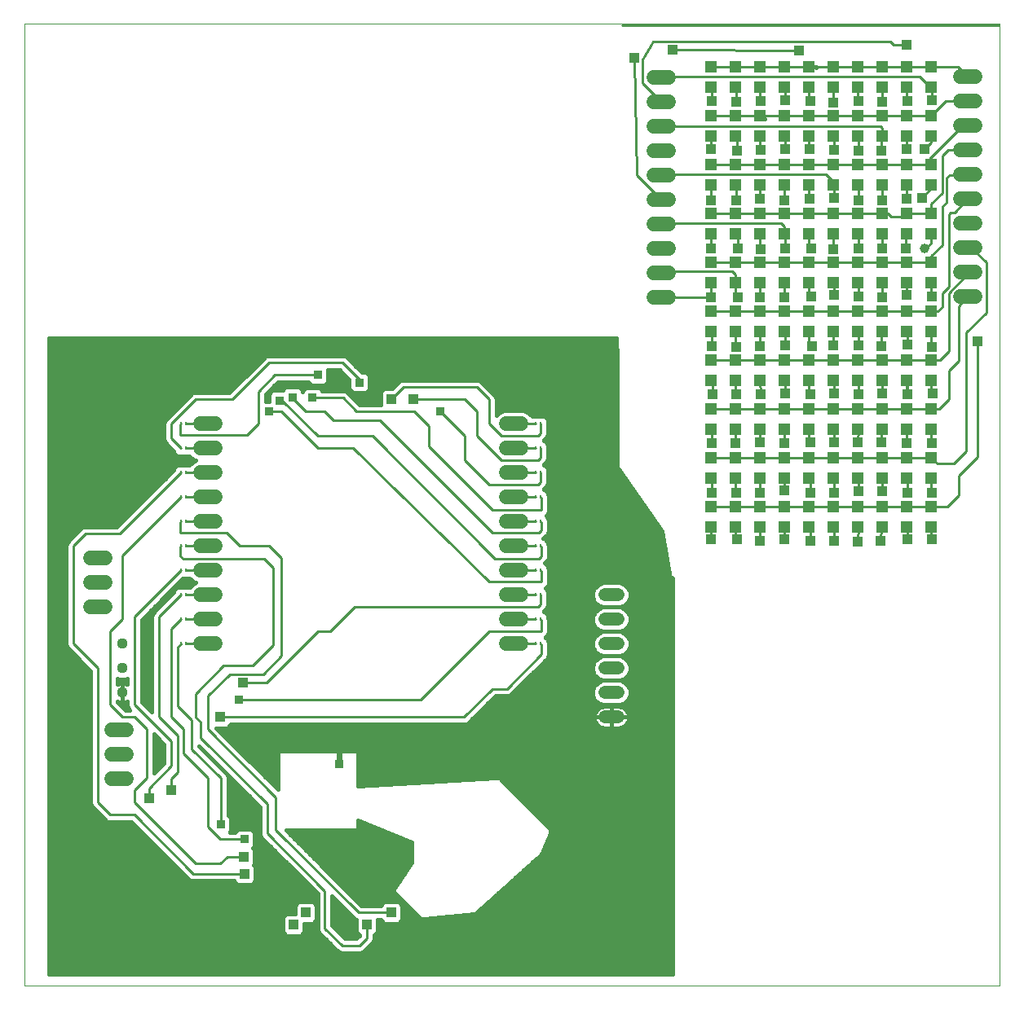
<source format=gtl>
G75*
%MOIN*%
%OFA0B0*%
%FSLAX24Y24*%
%IPPOS*%
%LPD*%
%AMOC8*
5,1,8,0,0,1.08239X$1,22.5*
%
%ADD10C,0.0000*%
%ADD11C,0.0100*%
%ADD12C,0.0520*%
%ADD13R,0.0472X0.0472*%
%ADD14C,0.0600*%
%ADD15C,0.0440*%
%ADD16R,0.0110X0.0169*%
%ADD17C,0.0160*%
%ADD18R,0.0396X0.0396*%
%ADD19C,0.0240*%
%ADD20R,0.0357X0.0357*%
%ADD21C,0.0396*%
D10*
X000300Y000451D02*
X000300Y039821D01*
X040170Y039821D01*
X040170Y000451D01*
X000300Y000451D01*
D11*
X003800Y007451D02*
X004800Y007451D01*
X007209Y005041D01*
X009292Y005041D01*
X009272Y005742D02*
X008591Y005742D01*
X008300Y005451D01*
X007300Y005451D01*
X004800Y007951D01*
X004800Y008451D01*
X005300Y008951D01*
X005300Y010951D01*
X004800Y011451D01*
X004300Y011451D01*
X003800Y011951D01*
X003800Y014951D01*
X004300Y015451D01*
X004300Y018051D01*
X006700Y020451D01*
X006900Y020451D02*
X007800Y020451D01*
X007800Y021451D02*
X006900Y021451D01*
X006700Y021451D02*
X004200Y018951D01*
X002800Y018951D01*
X002300Y018451D01*
X002300Y014451D01*
X003300Y013451D01*
X003300Y007951D01*
X003800Y007451D01*
X005394Y008136D02*
X005394Y008545D01*
X006300Y009451D01*
X006300Y010451D01*
X004800Y011951D01*
X004800Y015551D01*
X006700Y017451D01*
X006900Y017451D02*
X007800Y017451D01*
X007800Y016451D02*
X006900Y016451D01*
X006700Y016451D02*
X005800Y015551D01*
X005800Y011451D01*
X006560Y010691D01*
X006560Y009191D01*
X006300Y008931D01*
X006300Y008451D01*
X006800Y009951D02*
X007800Y008951D01*
X007800Y006951D01*
X008300Y006451D01*
X009300Y006451D01*
X010221Y006711D02*
X012583Y004348D01*
X012583Y002813D01*
X013292Y002104D01*
X014001Y002104D01*
X014300Y002404D01*
X014300Y002951D01*
X013954Y003451D02*
X015300Y003451D01*
X013954Y003451D02*
X010576Y006829D01*
X010576Y008175D01*
X007800Y010951D01*
X007800Y012321D01*
X008686Y013207D01*
X010056Y013207D01*
X010800Y013951D01*
X010800Y017951D01*
X010300Y018451D01*
X009111Y018451D01*
X008568Y018994D01*
X006678Y018994D01*
X006678Y019429D01*
X006700Y019451D01*
X006900Y019451D02*
X007800Y019451D01*
X007800Y018451D02*
X006900Y018451D01*
X006700Y018451D02*
X006678Y018429D01*
X006678Y018049D01*
X006796Y017931D01*
X010103Y017931D01*
X010457Y017577D01*
X010457Y014388D01*
X009631Y013561D01*
X008450Y013561D01*
X007300Y012411D01*
X007300Y011451D01*
X007505Y011246D01*
X007505Y010608D01*
X010221Y007892D01*
X010221Y006711D01*
X008331Y007065D02*
X008331Y008955D01*
X007150Y010136D01*
X007150Y011317D01*
X006560Y011907D01*
X006560Y014311D01*
X006700Y014451D01*
X006900Y014451D02*
X007800Y014451D01*
X007800Y015451D02*
X006900Y015451D01*
X006700Y015451D02*
X006300Y015051D01*
X006300Y011451D01*
X006800Y010951D01*
X006800Y009951D01*
X008300Y011451D02*
X018269Y011451D01*
X019434Y012616D01*
X020024Y012616D01*
X021442Y014033D01*
X021442Y014409D01*
X021400Y014451D01*
X021200Y014451D02*
X020300Y014451D01*
X020300Y015451D02*
X021200Y015451D01*
X021400Y015451D02*
X021442Y015409D01*
X021442Y014978D01*
X019316Y014978D01*
X016489Y012152D01*
X009056Y012152D01*
X009249Y012860D02*
X010209Y012860D01*
X012300Y014951D01*
X012800Y014951D01*
X013800Y015951D01*
X021300Y015951D01*
X021400Y016051D01*
X021400Y016451D01*
X021200Y016451D02*
X020300Y016451D01*
X020300Y017451D02*
X021200Y017451D01*
X021400Y017451D02*
X021442Y017409D01*
X021442Y016986D01*
X019316Y016986D01*
X013733Y022451D01*
X012300Y022451D01*
X010800Y023951D01*
X010300Y023951D01*
X009867Y023482D02*
X009867Y024781D01*
X010536Y025451D01*
X012300Y025451D01*
X012083Y024518D02*
X013320Y024518D01*
X013883Y023955D01*
X016245Y023955D01*
X016835Y023364D01*
X016835Y022537D01*
X019434Y019939D01*
X021442Y019939D01*
X021442Y020409D01*
X021400Y020451D01*
X021200Y020451D02*
X020300Y020451D01*
X020300Y021451D02*
X021200Y021451D01*
X021400Y021451D02*
X021400Y021051D01*
X021300Y020951D01*
X019300Y020951D01*
X018300Y021951D01*
X018300Y022951D01*
X017300Y023951D01*
X018300Y024451D02*
X016200Y024451D01*
X015800Y024951D02*
X015300Y024451D01*
X015800Y024951D02*
X018800Y024951D01*
X019300Y024451D01*
X019300Y023451D01*
X019800Y022951D01*
X021300Y022951D01*
X021400Y023051D01*
X021400Y023451D01*
X021200Y023451D02*
X020300Y023451D01*
X020300Y022451D02*
X021200Y022451D01*
X021400Y022451D02*
X021400Y022051D01*
X021300Y021951D01*
X019800Y021951D01*
X018800Y022951D01*
X018800Y023951D01*
X018300Y024451D01*
X014828Y023600D02*
X012930Y023600D01*
X012580Y023951D01*
X011800Y023951D01*
X011257Y024494D01*
X011257Y024545D01*
X010839Y024411D02*
X010721Y024411D01*
X010839Y024411D02*
X012300Y022951D01*
X014532Y022951D01*
X019552Y017931D01*
X021324Y017931D01*
X021442Y018049D01*
X021442Y018409D01*
X021400Y018451D01*
X021200Y018451D02*
X020300Y018451D01*
X020300Y019451D02*
X021200Y019451D01*
X021400Y019451D02*
X021442Y019409D01*
X021442Y019112D01*
X021324Y018994D01*
X019434Y018994D01*
X014828Y023600D01*
X014001Y025136D02*
X014001Y025250D01*
X013300Y025951D01*
X010300Y025951D01*
X008800Y024451D01*
X007300Y024451D01*
X006300Y023451D01*
X006300Y022850D01*
X006700Y022451D01*
X006900Y022451D02*
X007800Y022451D01*
X007800Y023451D02*
X006900Y023451D01*
X006700Y023451D02*
X006678Y023429D01*
X006678Y023010D01*
X009394Y023010D01*
X009867Y023482D01*
X005300Y012951D02*
X005300Y012451D01*
X011800Y001951D02*
X012300Y001951D01*
X028371Y018719D02*
X028371Y019236D01*
X028382Y019247D01*
X028382Y020074D02*
X029382Y020074D01*
X030382Y020074D01*
X031382Y020074D01*
X032382Y020074D01*
X033382Y020074D01*
X034382Y020074D01*
X035382Y020074D01*
X036382Y020074D01*
X037382Y020074D01*
X038033Y020074D01*
X038489Y020530D01*
X038489Y021317D01*
X039276Y022104D01*
X039276Y026829D01*
X038804Y027183D02*
X038804Y022341D01*
X038292Y021829D01*
X037627Y021829D01*
X037382Y022074D01*
X036382Y022074D01*
X035382Y022074D01*
X034382Y022074D01*
X033382Y022074D01*
X032382Y022074D01*
X031382Y022074D01*
X030382Y022074D01*
X029382Y022074D01*
X028382Y022074D01*
X028410Y022656D02*
X028410Y023219D01*
X028382Y023247D01*
X028382Y024074D02*
X029382Y024074D01*
X030382Y024074D01*
X031382Y024074D01*
X032382Y024074D01*
X033382Y024074D01*
X034382Y024074D01*
X035382Y024074D01*
X036382Y024074D01*
X037382Y024074D01*
X037703Y024074D01*
X038095Y024467D01*
X038095Y025648D01*
X038489Y026041D01*
X038489Y028268D01*
X038882Y028660D01*
X038095Y028797D02*
X038095Y026435D01*
X037734Y026074D01*
X037382Y026074D01*
X036382Y026074D01*
X035382Y026074D01*
X034382Y026074D01*
X033382Y026074D01*
X032382Y026074D01*
X031382Y026074D01*
X030382Y026074D01*
X029382Y026074D01*
X029414Y026041D01*
X029434Y026041D01*
X029401Y026074D01*
X029382Y026074D01*
X028382Y026074D01*
X028410Y026632D02*
X028410Y027219D01*
X028382Y027247D01*
X028382Y028074D02*
X029382Y028074D01*
X030382Y028074D01*
X031382Y028074D01*
X032382Y028074D01*
X033382Y028074D01*
X034382Y028074D01*
X035382Y028074D01*
X036382Y028074D01*
X037382Y028074D01*
X037647Y028074D01*
X037820Y028246D01*
X037820Y028797D01*
X038095Y029073D01*
X038095Y032026D01*
X038174Y032104D01*
X038326Y032104D01*
X038882Y032660D01*
X038017Y032537D02*
X038017Y033522D01*
X038135Y033640D01*
X038861Y033640D01*
X038882Y033660D01*
X038882Y034660D02*
X038879Y034663D01*
X038056Y034663D01*
X037820Y034427D01*
X037820Y032892D01*
X037382Y032454D01*
X037382Y032074D01*
X036382Y032074D01*
X036255Y031947D01*
X035733Y031947D01*
X035606Y032074D01*
X035382Y032074D01*
X034382Y032074D01*
X033382Y032074D01*
X032382Y032074D01*
X031382Y032074D01*
X030382Y032074D01*
X029382Y032074D01*
X028382Y032074D01*
X028371Y032616D02*
X028371Y033236D01*
X028382Y033247D01*
X028382Y034074D02*
X029382Y034074D01*
X030382Y034074D01*
X031382Y034074D01*
X032382Y034074D01*
X033382Y034074D01*
X034382Y034074D01*
X035382Y034074D01*
X036382Y034074D01*
X037382Y034074D01*
X037308Y034148D01*
X037308Y034309D01*
X038659Y035660D01*
X038882Y035660D01*
X038882Y036660D02*
X037968Y036660D01*
X037382Y036074D01*
X036382Y036074D01*
X035382Y036074D01*
X034382Y036074D01*
X033382Y036074D01*
X032382Y036074D01*
X031382Y036074D01*
X030382Y036074D01*
X030425Y036074D01*
X030382Y036074D02*
X029382Y036074D01*
X028382Y036074D01*
X028410Y036671D02*
X028410Y037219D01*
X028382Y037247D01*
X028382Y038074D02*
X029382Y038074D01*
X030382Y038074D01*
X031382Y038074D01*
X032382Y038074D01*
X032657Y038074D02*
X033382Y038074D01*
X034382Y038074D01*
X035382Y038074D01*
X036382Y038074D01*
X037382Y038074D01*
X038468Y038074D01*
X038882Y037660D01*
X037387Y037242D02*
X037387Y036711D01*
X037387Y037242D02*
X037382Y037247D01*
X037323Y037247D01*
X036914Y037656D01*
X026369Y037656D01*
X026349Y037636D01*
X025576Y037409D02*
X025576Y038364D01*
X026009Y039112D01*
X035694Y039112D01*
X035851Y038955D01*
X036363Y038955D01*
X036382Y037247D02*
X036382Y036692D01*
X036402Y036671D01*
X035379Y036632D02*
X035379Y037244D01*
X035382Y037247D01*
X034382Y037247D02*
X034382Y036684D01*
X034394Y036671D01*
X035300Y035648D02*
X035382Y035566D01*
X035382Y035247D01*
X035371Y035246D01*
X035361Y035241D01*
X035352Y035235D01*
X035346Y035226D01*
X035341Y035216D01*
X035340Y035205D01*
X035339Y035205D02*
X035339Y034624D01*
X035382Y034160D02*
X035382Y034074D01*
X035382Y033247D02*
X035381Y033247D01*
X035379Y033246D01*
X035379Y033244D01*
X035379Y032616D01*
X034394Y032616D02*
X034394Y033234D01*
X034395Y033234D02*
X034394Y033239D01*
X034391Y033243D01*
X034387Y033246D01*
X034382Y033247D01*
X033410Y033219D02*
X033410Y032695D01*
X033411Y033219D02*
X033410Y033228D01*
X033405Y033236D01*
X033399Y033242D01*
X033391Y033247D01*
X033382Y033248D01*
X033382Y033247D02*
X033382Y033353D01*
X033056Y033679D01*
X026393Y033679D01*
X026349Y033636D01*
X026349Y032636D02*
X025339Y033646D01*
X025221Y038443D01*
X025576Y037409D02*
X026349Y036636D01*
X026440Y035648D02*
X035300Y035648D01*
X034394Y035234D02*
X034394Y034624D01*
X034395Y035234D02*
X034394Y035239D01*
X034391Y035243D01*
X034387Y035246D01*
X034382Y035247D01*
X033410Y035219D02*
X033410Y034663D01*
X033411Y035219D02*
X033410Y035228D01*
X033405Y035236D01*
X033399Y035242D01*
X033391Y035247D01*
X033382Y035248D01*
X032382Y035247D02*
X032382Y034703D01*
X032387Y034703D01*
X031402Y034703D02*
X031402Y035226D01*
X031403Y035226D02*
X031401Y035234D01*
X031397Y035241D01*
X031390Y035245D01*
X031382Y035247D01*
X030382Y035247D02*
X030382Y034588D01*
X030418Y034663D01*
X029434Y034624D02*
X029434Y035195D01*
X029382Y035247D01*
X028382Y035247D02*
X028382Y034714D01*
X028371Y034703D01*
X029382Y033247D02*
X029394Y033234D01*
X029394Y032616D01*
X030379Y032656D02*
X030382Y032580D01*
X030382Y033247D01*
X031363Y033228D02*
X031363Y032616D01*
X031363Y033228D02*
X031364Y033235D01*
X031369Y033241D01*
X031375Y033246D01*
X031382Y033247D01*
X032382Y033247D02*
X032382Y032656D01*
X032387Y032656D01*
X032382Y031247D02*
X032382Y030648D01*
X032465Y030648D01*
X032382Y030074D02*
X033382Y030074D01*
X034382Y030074D01*
X035382Y030074D01*
X036382Y030074D01*
X037382Y030074D01*
X037382Y030328D01*
X037820Y030766D01*
X037820Y032341D01*
X038017Y032537D01*
X037382Y033084D02*
X037382Y033247D01*
X037371Y033245D01*
X037362Y033241D01*
X037354Y033233D01*
X037350Y033224D01*
X037348Y033213D01*
X037382Y033084D02*
X036993Y032695D01*
X036363Y032656D02*
X036363Y033228D01*
X036364Y033235D01*
X036369Y033241D01*
X036375Y033246D01*
X036382Y033247D01*
X036363Y034703D02*
X036363Y035228D01*
X036364Y035235D01*
X036369Y035241D01*
X036375Y035246D01*
X036382Y035247D01*
X037111Y034703D02*
X037382Y034973D01*
X037382Y035247D01*
X037385Y035246D01*
X037386Y035245D01*
X037387Y035242D01*
X037382Y031247D02*
X037382Y030840D01*
X037111Y030648D01*
X036324Y030648D02*
X036324Y031189D01*
X036325Y031202D01*
X036330Y031214D01*
X036337Y031225D01*
X036346Y031234D01*
X036357Y031241D01*
X036369Y031246D01*
X036382Y031247D01*
X035382Y031247D02*
X035381Y031247D01*
X035379Y031246D01*
X035379Y031244D01*
X035379Y030648D01*
X034394Y030648D02*
X034394Y031234D01*
X034395Y031234D02*
X034394Y031239D01*
X034391Y031243D01*
X034387Y031246D01*
X034382Y031247D01*
X033382Y031247D02*
X033377Y031246D01*
X033372Y031242D01*
X033371Y031236D01*
X033371Y030608D01*
X032382Y030074D02*
X031382Y030074D01*
X030382Y030074D01*
X029382Y030074D01*
X028382Y030074D01*
X028382Y030160D01*
X028371Y030648D02*
X028382Y030658D01*
X028382Y031247D01*
X029382Y031247D02*
X029473Y031156D01*
X029473Y030648D01*
X030382Y030645D02*
X030382Y031247D01*
X030382Y030645D02*
X030418Y030608D01*
X031402Y030648D02*
X031402Y031226D01*
X031403Y031226D02*
X031401Y031234D01*
X031397Y031241D01*
X031390Y031245D01*
X031382Y031247D01*
X031382Y031534D01*
X031245Y031671D01*
X026385Y031671D01*
X026349Y031636D01*
X026416Y029703D02*
X029237Y029703D01*
X029382Y029558D01*
X029382Y029247D01*
X029382Y028849D01*
X029434Y028797D01*
X029434Y028679D01*
X029473Y028640D01*
X030379Y028640D02*
X030382Y029247D01*
X031363Y029228D02*
X031363Y028640D01*
X031363Y029228D02*
X031364Y029235D01*
X031369Y029241D01*
X031375Y029246D01*
X031382Y029247D01*
X032382Y029247D02*
X032382Y028679D01*
X032465Y028679D01*
X033410Y028719D02*
X033410Y029219D01*
X033411Y029219D02*
X033410Y029228D01*
X033405Y029236D01*
X033399Y029242D01*
X033391Y029247D01*
X033382Y029248D01*
X034382Y029247D02*
X034387Y029246D01*
X034391Y029243D01*
X034394Y029239D01*
X034395Y029234D01*
X034394Y029234D02*
X034394Y028679D01*
X035379Y028640D02*
X035379Y029244D01*
X035379Y029246D01*
X035381Y029247D01*
X035382Y029247D01*
X036363Y029228D02*
X036363Y028719D01*
X036363Y029228D02*
X036364Y029235D01*
X036369Y029241D01*
X036375Y029246D01*
X036382Y029247D01*
X037382Y029247D02*
X037382Y028684D01*
X037383Y028682D01*
X037385Y028680D01*
X037387Y028679D01*
X038095Y028797D02*
X038882Y029584D01*
X038882Y029660D01*
X039631Y030057D02*
X038988Y030660D01*
X038882Y030660D01*
X039631Y030057D02*
X039631Y028010D01*
X038804Y027183D01*
X037382Y027247D02*
X037382Y026597D01*
X037383Y026595D01*
X037385Y026593D01*
X037387Y026592D01*
X036402Y026711D02*
X036402Y027226D01*
X036403Y027226D02*
X036401Y027234D01*
X036397Y027241D01*
X036390Y027245D01*
X036382Y027247D01*
X035382Y027247D02*
X035371Y027246D01*
X035361Y027241D01*
X035352Y027235D01*
X035346Y027226D01*
X035341Y027216D01*
X035340Y027205D01*
X035339Y027205D02*
X035339Y026632D01*
X034394Y026671D02*
X034394Y027234D01*
X034395Y027234D02*
X034394Y027239D01*
X034391Y027243D01*
X034387Y027246D01*
X034382Y027247D01*
X033382Y027247D02*
X033377Y027246D01*
X033372Y027242D01*
X033371Y027236D01*
X033371Y026671D01*
X032505Y026632D02*
X032382Y026632D01*
X032382Y027247D01*
X031402Y027226D02*
X031402Y026671D01*
X031403Y027226D02*
X031401Y027234D01*
X031397Y027241D01*
X031390Y027245D01*
X031382Y027247D01*
X030382Y027247D02*
X030379Y026632D01*
X029394Y026593D02*
X029382Y026605D01*
X029382Y027247D01*
X028371Y028640D02*
X026353Y028640D01*
X026349Y028636D01*
X026349Y029636D02*
X026416Y029703D01*
X028371Y029236D02*
X028371Y028640D01*
X028371Y029236D02*
X028382Y029247D01*
X028382Y025247D02*
X028450Y025179D01*
X028450Y024663D01*
X029382Y024676D02*
X029382Y025247D01*
X029382Y024676D02*
X029394Y024663D01*
X029382Y024074D02*
X029383Y024073D01*
X029434Y024073D01*
X029433Y024074D01*
X029382Y024074D01*
X029382Y023247D02*
X029382Y022682D01*
X029355Y022656D01*
X030379Y022695D02*
X030382Y023247D01*
X031363Y023228D02*
X031363Y022656D01*
X031363Y023228D02*
X031364Y023235D01*
X031369Y023241D01*
X031375Y023246D01*
X031382Y023247D01*
X032382Y023247D02*
X032382Y022695D01*
X032426Y022695D01*
X033410Y022695D02*
X033410Y023219D01*
X033411Y023219D02*
X033410Y023228D01*
X033405Y023236D01*
X033399Y023242D01*
X033391Y023247D01*
X033382Y023248D01*
X034382Y023247D02*
X034387Y023246D01*
X034391Y023243D01*
X034394Y023239D01*
X034395Y023234D01*
X034394Y023234D02*
X034355Y022695D01*
X035339Y022695D02*
X035339Y023205D01*
X035340Y023205D02*
X035341Y023216D01*
X035346Y023226D01*
X035352Y023235D01*
X035361Y023241D01*
X035371Y023246D01*
X035382Y023247D01*
X034552Y024073D02*
X034383Y024073D01*
X034382Y024074D01*
X034551Y024074D01*
X034552Y024073D01*
X034394Y024663D02*
X034394Y025234D01*
X034395Y025234D02*
X034394Y025239D01*
X034391Y025243D01*
X034387Y025246D01*
X034382Y025247D01*
X035379Y025244D02*
X035379Y024703D01*
X035379Y025244D02*
X035379Y025246D01*
X035381Y025247D01*
X035382Y025247D01*
X036363Y025228D02*
X036363Y024781D01*
X036402Y024663D02*
X036402Y025226D01*
X036403Y025226D02*
X036401Y025234D01*
X036397Y025241D01*
X036390Y025245D01*
X036382Y025247D01*
X036375Y025246D01*
X036369Y025241D01*
X036364Y025235D01*
X036363Y025228D01*
X037382Y025247D02*
X037382Y024747D01*
X037383Y024736D01*
X037388Y024725D01*
X037395Y024716D01*
X037404Y024709D01*
X037415Y024704D01*
X037426Y024703D01*
X037382Y023247D02*
X037382Y022660D01*
X037383Y022658D01*
X037385Y022656D01*
X037387Y022655D01*
X036363Y022656D02*
X036363Y023228D01*
X036364Y023235D01*
X036369Y023241D01*
X036375Y023246D01*
X036382Y023247D01*
X036382Y021247D02*
X036390Y021245D01*
X036397Y021241D01*
X036401Y021234D01*
X036403Y021226D01*
X036402Y021226D02*
X036402Y020648D01*
X037382Y020653D02*
X037382Y021247D01*
X037382Y020653D02*
X037383Y020651D01*
X037385Y020649D01*
X037387Y020648D01*
X037382Y019247D02*
X037382Y018723D01*
X037383Y018721D01*
X037385Y018719D01*
X037387Y018718D01*
X036402Y018719D02*
X036402Y019226D01*
X036403Y019226D02*
X036401Y019234D01*
X036397Y019241D01*
X036390Y019245D01*
X036382Y019247D01*
X035382Y019247D02*
X035371Y019246D01*
X035361Y019241D01*
X035352Y019235D01*
X035346Y019226D01*
X035341Y019216D01*
X035340Y019205D01*
X035339Y019205D02*
X035300Y018679D01*
X034355Y018640D02*
X034394Y019234D01*
X034395Y019234D02*
X034394Y019239D01*
X034391Y019243D01*
X034387Y019246D01*
X034382Y019247D01*
X033410Y019219D02*
X033410Y018679D01*
X033411Y019219D02*
X033410Y019228D01*
X033405Y019236D01*
X033399Y019242D01*
X033391Y019247D01*
X033382Y019248D01*
X032426Y019203D02*
X032426Y018679D01*
X032426Y019203D02*
X032425Y019214D01*
X032420Y019225D01*
X032413Y019234D01*
X032404Y019241D01*
X032393Y019246D01*
X032382Y019247D01*
X031382Y019247D02*
X031375Y019246D01*
X031369Y019241D01*
X031364Y019235D01*
X031363Y019228D01*
X031363Y018719D01*
X030379Y018679D02*
X030382Y019247D01*
X029382Y019247D02*
X029382Y018771D01*
X029434Y018719D01*
X029394Y020648D02*
X029382Y020660D01*
X029382Y021247D01*
X028410Y021219D02*
X028410Y020648D01*
X028410Y021219D02*
X028382Y021247D01*
X030382Y021247D02*
X030379Y020648D01*
X031363Y020726D02*
X031363Y021228D01*
X031364Y021235D01*
X031369Y021241D01*
X031375Y021246D01*
X031382Y021247D01*
X032382Y021247D02*
X032393Y021246D01*
X032404Y021241D01*
X032413Y021234D01*
X032420Y021225D01*
X032425Y021214D01*
X032426Y021203D01*
X032426Y020648D01*
X033410Y020648D02*
X033410Y021219D01*
X033411Y021219D02*
X033410Y021228D01*
X033405Y021236D01*
X033399Y021242D01*
X033391Y021247D01*
X033382Y021248D01*
X034382Y021247D02*
X034387Y021246D01*
X034391Y021243D01*
X034394Y021239D01*
X034395Y021234D01*
X034394Y021234D02*
X034394Y020687D01*
X035379Y020687D02*
X035379Y021244D01*
X035379Y021246D01*
X035381Y021247D01*
X035382Y021247D01*
X033410Y024703D02*
X033410Y025219D01*
X033411Y025219D02*
X033410Y025228D01*
X033405Y025236D01*
X033399Y025242D01*
X033391Y025247D01*
X033382Y025248D01*
X032382Y025247D02*
X032382Y024663D01*
X032426Y024663D01*
X031402Y024703D02*
X031402Y025226D01*
X031403Y025226D02*
X031401Y025234D01*
X031397Y025241D01*
X031390Y025245D01*
X031382Y025247D01*
X030382Y025247D02*
X030418Y024663D01*
X030615Y035884D02*
X030613Y035911D01*
X030607Y035938D01*
X030598Y035963D01*
X030585Y035987D01*
X030569Y036008D01*
X030549Y036028D01*
X030528Y036044D01*
X030504Y036057D01*
X030479Y036066D01*
X030452Y036072D01*
X030425Y036074D01*
X030418Y036671D02*
X030382Y036708D01*
X030382Y037247D01*
X031382Y037247D02*
X031402Y037226D01*
X031402Y036711D01*
X032382Y036716D02*
X032382Y037247D01*
X032382Y036716D02*
X032426Y036671D01*
X033371Y036593D02*
X033371Y037236D01*
X033382Y037247D01*
X031954Y038719D02*
X026796Y038758D01*
X024749Y039781D02*
X040143Y039781D01*
X029394Y037234D02*
X029394Y036632D01*
X029394Y037234D02*
X029382Y037247D01*
X026440Y035648D02*
X026349Y035636D01*
D12*
X024560Y016451D02*
X024040Y016451D01*
X024040Y015451D02*
X024560Y015451D01*
X024560Y014451D02*
X024040Y014451D01*
X024040Y013451D02*
X024560Y013451D01*
X024560Y012451D02*
X024040Y012451D01*
X024040Y011451D02*
X024560Y011451D01*
D13*
X028382Y019247D03*
X028382Y020074D03*
X029382Y020074D03*
X029382Y019247D03*
X030382Y019247D03*
X030382Y020074D03*
X031382Y020074D03*
X031382Y019247D03*
X032382Y019247D03*
X032382Y020074D03*
X033382Y020074D03*
X033382Y019247D03*
X034382Y019247D03*
X034382Y020074D03*
X035382Y020074D03*
X035382Y019247D03*
X036382Y019247D03*
X036382Y020074D03*
X037382Y020074D03*
X037382Y019247D03*
X037382Y021247D03*
X037382Y022074D03*
X036382Y022074D03*
X036382Y021247D03*
X035382Y021247D03*
X035382Y022074D03*
X034382Y022074D03*
X034382Y021247D03*
X033382Y021247D03*
X033382Y022074D03*
X032382Y022074D03*
X032382Y021247D03*
X031382Y021247D03*
X031382Y022074D03*
X030382Y022074D03*
X030382Y021247D03*
X029382Y021247D03*
X029382Y022074D03*
X028382Y022074D03*
X028382Y021247D03*
X028382Y023247D03*
X028382Y024074D03*
X029382Y024074D03*
X029382Y023247D03*
X030382Y023247D03*
X030382Y024074D03*
X031382Y024074D03*
X031382Y023247D03*
X032382Y023247D03*
X032382Y024074D03*
X033382Y024074D03*
X033382Y023247D03*
X034382Y023247D03*
X034382Y024074D03*
X035382Y024074D03*
X035382Y023247D03*
X036382Y023247D03*
X036382Y024074D03*
X037382Y024074D03*
X037382Y023247D03*
X037382Y025247D03*
X037382Y026074D03*
X036382Y026074D03*
X036382Y025247D03*
X035382Y025247D03*
X035382Y026074D03*
X034382Y026074D03*
X034382Y025247D03*
X033382Y025247D03*
X033382Y026074D03*
X032382Y026074D03*
X032382Y025247D03*
X031382Y025247D03*
X031382Y026074D03*
X030382Y026074D03*
X030382Y025247D03*
X029382Y025247D03*
X029382Y026074D03*
X028382Y026074D03*
X028382Y025247D03*
X028382Y027247D03*
X028382Y028074D03*
X029382Y028074D03*
X029382Y027247D03*
X030382Y027247D03*
X030382Y028074D03*
X031382Y028074D03*
X031382Y027247D03*
X032382Y027247D03*
X032382Y028074D03*
X033382Y028074D03*
X033382Y027247D03*
X034382Y027247D03*
X034382Y028074D03*
X035382Y028074D03*
X035382Y027247D03*
X036382Y027247D03*
X036382Y028074D03*
X037382Y028074D03*
X037382Y027247D03*
X037382Y029247D03*
X037382Y030074D03*
X036382Y030074D03*
X036382Y029247D03*
X035382Y029247D03*
X035382Y030074D03*
X034382Y030074D03*
X034382Y029247D03*
X033382Y029247D03*
X033382Y030074D03*
X032382Y030074D03*
X032382Y029247D03*
X031382Y029247D03*
X031382Y030074D03*
X030382Y030074D03*
X030382Y029247D03*
X029382Y029247D03*
X029382Y030074D03*
X028382Y030074D03*
X028382Y029247D03*
X028382Y031247D03*
X028382Y032074D03*
X029382Y032074D03*
X029382Y031247D03*
X030382Y031247D03*
X030382Y032074D03*
X031382Y032074D03*
X031382Y031247D03*
X032382Y031247D03*
X032382Y032074D03*
X033382Y032074D03*
X033382Y031247D03*
X034382Y031247D03*
X034382Y032074D03*
X035382Y032074D03*
X035382Y031247D03*
X036382Y031247D03*
X036382Y032074D03*
X037382Y032074D03*
X037382Y031247D03*
X037382Y033247D03*
X037382Y034074D03*
X036382Y034074D03*
X036382Y033247D03*
X035382Y033247D03*
X035382Y034074D03*
X034382Y034074D03*
X034382Y033247D03*
X033382Y033247D03*
X033382Y034074D03*
X032382Y034074D03*
X032382Y033247D03*
X031382Y033247D03*
X031382Y034074D03*
X030382Y034074D03*
X030382Y033247D03*
X029382Y033247D03*
X029382Y034074D03*
X028382Y034074D03*
X028382Y033247D03*
X028382Y035247D03*
X028382Y036074D03*
X029382Y036074D03*
X029382Y035247D03*
X030382Y035247D03*
X030382Y036074D03*
X031382Y036074D03*
X031382Y035247D03*
X032382Y035247D03*
X032382Y036074D03*
X033382Y036074D03*
X033382Y035247D03*
X034382Y035247D03*
X034382Y036074D03*
X035382Y036074D03*
X035382Y035247D03*
X036382Y035247D03*
X036382Y036074D03*
X037382Y036074D03*
X037382Y035247D03*
X037382Y037247D03*
X037382Y038074D03*
X036382Y038074D03*
X036382Y037247D03*
X035382Y037247D03*
X035382Y038074D03*
X034382Y038074D03*
X034382Y037247D03*
X033382Y037247D03*
X033382Y038074D03*
X032382Y038074D03*
X032382Y037247D03*
X031382Y037247D03*
X031382Y038074D03*
X030382Y038074D03*
X030382Y037247D03*
X029382Y037247D03*
X029382Y038074D03*
X028382Y038074D03*
X028382Y037247D03*
D14*
X026649Y037636D02*
X026049Y037636D01*
X026049Y036636D02*
X026649Y036636D01*
X026649Y035636D02*
X026049Y035636D01*
X026049Y034636D02*
X026649Y034636D01*
X026649Y033636D02*
X026049Y033636D01*
X026049Y032636D02*
X026649Y032636D01*
X026649Y031636D02*
X026049Y031636D01*
X026049Y030636D02*
X026649Y030636D01*
X026649Y029636D02*
X026049Y029636D01*
X026049Y028636D02*
X026649Y028636D01*
X020600Y023451D02*
X020000Y023451D01*
X020000Y022451D02*
X020600Y022451D01*
X020600Y021451D02*
X020000Y021451D01*
X020000Y020451D02*
X020600Y020451D01*
X020600Y019451D02*
X020000Y019451D01*
X020000Y018451D02*
X020600Y018451D01*
X020600Y017451D02*
X020000Y017451D01*
X020000Y016451D02*
X020600Y016451D01*
X020600Y015451D02*
X020000Y015451D01*
X020000Y014451D02*
X020600Y014451D01*
X008100Y014451D02*
X007500Y014451D01*
X007500Y015451D02*
X008100Y015451D01*
X008100Y016451D02*
X007500Y016451D01*
X007500Y017451D02*
X008100Y017451D01*
X008100Y018451D02*
X007500Y018451D01*
X007500Y019451D02*
X008100Y019451D01*
X008100Y020451D02*
X007500Y020451D01*
X007500Y021451D02*
X008100Y021451D01*
X008100Y022451D02*
X007500Y022451D01*
X007500Y023451D02*
X008100Y023451D01*
X003600Y017951D02*
X003000Y017951D01*
X003000Y016951D02*
X003600Y016951D01*
X003600Y015951D02*
X003000Y015951D01*
X003870Y010935D02*
X004470Y010935D01*
X004470Y009935D02*
X003870Y009935D01*
X003870Y008935D02*
X004470Y008935D01*
X038582Y028660D02*
X039182Y028660D01*
X039182Y029660D02*
X038582Y029660D01*
X038582Y030660D02*
X039182Y030660D01*
X039182Y031660D02*
X038582Y031660D01*
X038582Y032660D02*
X039182Y032660D01*
X039182Y033660D02*
X038582Y033660D01*
X038582Y034660D02*
X039182Y034660D01*
X039182Y035660D02*
X038582Y035660D01*
X038582Y036660D02*
X039182Y036660D01*
X039182Y037660D02*
X038582Y037660D01*
D15*
X004300Y014451D03*
X004300Y013451D03*
X004300Y012451D03*
D16*
X006700Y014451D03*
X006900Y014451D03*
X006900Y015451D03*
X006700Y015451D03*
X006700Y016451D03*
X006900Y016451D03*
X006900Y017451D03*
X006700Y017451D03*
X006700Y018451D03*
X006900Y018451D03*
X006900Y019451D03*
X006700Y019451D03*
X006700Y020451D03*
X006900Y020451D03*
X006900Y021451D03*
X006700Y021451D03*
X006700Y022451D03*
X006900Y022451D03*
X006900Y023451D03*
X006700Y023451D03*
X021200Y023451D03*
X021400Y023451D03*
X021400Y022451D03*
X021200Y022451D03*
X021200Y021451D03*
X021400Y021451D03*
X021400Y020451D03*
X021200Y020451D03*
X021200Y019451D03*
X021400Y019451D03*
X021400Y018451D03*
X021200Y018451D03*
X021200Y017451D03*
X021400Y017451D03*
X021400Y016451D03*
X021200Y016451D03*
X021200Y015451D03*
X021400Y015451D03*
X021400Y014451D03*
X021200Y014451D03*
D17*
X021600Y014730D02*
X021606Y014732D01*
X021688Y014814D01*
X021732Y014921D01*
X021732Y015467D01*
X021696Y015555D01*
X021696Y015583D01*
X021659Y015671D01*
X021591Y015739D01*
X021526Y015766D01*
X021546Y015787D01*
X021646Y015887D01*
X021690Y015993D01*
X021690Y016306D01*
X021696Y016318D01*
X021696Y016583D01*
X021659Y016671D01*
X021595Y016736D01*
X021606Y016740D01*
X021688Y016822D01*
X021732Y016929D01*
X021732Y017467D01*
X021696Y017555D01*
X021696Y017583D01*
X021659Y017671D01*
X021591Y017739D01*
X021556Y017754D01*
X021569Y017767D01*
X021688Y017885D01*
X021732Y017992D01*
X021732Y018467D01*
X021696Y018555D01*
X021696Y018583D01*
X021659Y018671D01*
X021591Y018739D01*
X021512Y018772D01*
X021569Y018830D01*
X021688Y018948D01*
X021732Y019055D01*
X021732Y019467D01*
X021696Y019555D01*
X021696Y019583D01*
X021659Y019671D01*
X021622Y019709D01*
X021688Y019775D01*
X021732Y019881D01*
X021732Y020467D01*
X021696Y020555D01*
X021696Y020583D01*
X021659Y020671D01*
X021591Y020739D01*
X021526Y020766D01*
X021546Y020787D01*
X021646Y020887D01*
X021690Y020993D01*
X021690Y021306D01*
X021696Y021318D01*
X021696Y021583D01*
X021659Y021671D01*
X021591Y021739D01*
X021526Y021766D01*
X021546Y021787D01*
X021646Y021887D01*
X021690Y021993D01*
X021690Y022306D01*
X021696Y022318D01*
X021696Y022583D01*
X021659Y022671D01*
X021591Y022739D01*
X021526Y022766D01*
X021546Y022787D01*
X021646Y022887D01*
X021690Y022993D01*
X021690Y023306D01*
X021696Y023318D01*
X021696Y023583D01*
X021659Y023671D01*
X021591Y023739D01*
X021503Y023775D01*
X021097Y023775D01*
X021056Y023759D01*
X020906Y023909D01*
X020707Y023991D01*
X019893Y023991D01*
X019694Y023909D01*
X019590Y023804D01*
X019590Y024508D01*
X019546Y024615D01*
X019046Y025115D01*
X018964Y025197D01*
X018858Y025241D01*
X015742Y025241D01*
X015636Y025197D01*
X015328Y024889D01*
X015054Y024889D01*
X014966Y024852D01*
X014898Y024785D01*
X014862Y024697D01*
X014862Y024245D01*
X014003Y024245D01*
X013566Y024682D01*
X013484Y024764D01*
X013377Y024808D01*
X012475Y024808D01*
X012465Y024832D01*
X012398Y024900D01*
X012310Y024936D01*
X011857Y024936D01*
X011769Y024900D01*
X011702Y024832D01*
X011675Y024768D01*
X011675Y024771D01*
X011639Y024860D01*
X011571Y024927D01*
X011483Y024964D01*
X011031Y024964D01*
X010942Y024927D01*
X010875Y024860D01*
X010355Y024860D01*
X010407Y024793D02*
X010339Y024726D01*
X010303Y024638D01*
X010303Y024369D01*
X010157Y024369D01*
X010157Y024661D01*
X010656Y025161D01*
X011908Y025161D01*
X011918Y025136D01*
X011986Y025069D01*
X012074Y025032D01*
X012526Y025032D01*
X012614Y025069D01*
X012682Y025136D01*
X012718Y025225D01*
X012718Y025661D01*
X013180Y025661D01*
X013582Y025258D01*
X013582Y024910D01*
X013619Y024821D01*
X013686Y024754D01*
X013775Y024717D01*
X014227Y024717D01*
X014315Y024754D01*
X014383Y024821D01*
X014419Y024910D01*
X014419Y025362D01*
X014383Y025450D01*
X014315Y025518D01*
X014227Y025554D01*
X014107Y025554D01*
X013464Y026197D01*
X013358Y026241D01*
X010242Y026241D01*
X010136Y026197D01*
X010054Y026115D01*
X008680Y024741D01*
X007242Y024741D01*
X007136Y024697D01*
X007054Y024615D01*
X006054Y023615D01*
X006010Y023508D01*
X006010Y022793D01*
X006054Y022686D01*
X006136Y022605D01*
X006404Y022336D01*
X006404Y022318D01*
X006441Y022230D01*
X006509Y022163D01*
X006597Y022126D01*
X007003Y022126D01*
X007044Y022143D01*
X007194Y021993D01*
X007296Y021951D01*
X007194Y021909D01*
X007044Y021759D01*
X007003Y021775D01*
X006597Y021775D01*
X006509Y021739D01*
X006441Y021671D01*
X006404Y021583D01*
X006404Y021566D01*
X004079Y019241D01*
X002742Y019241D01*
X002636Y019197D01*
X002136Y018697D01*
X002136Y018697D01*
X002054Y018615D01*
X002010Y018508D01*
X002010Y014393D01*
X002054Y014287D01*
X003010Y013331D01*
X003010Y007893D01*
X003054Y007787D01*
X003554Y007287D01*
X003636Y007205D01*
X003742Y007161D01*
X004680Y007161D01*
X006964Y004877D01*
X007045Y004795D01*
X007152Y004751D01*
X008872Y004751D01*
X008891Y004707D01*
X008958Y004640D01*
X009046Y004603D01*
X009538Y004603D01*
X009626Y004640D01*
X009694Y004707D01*
X009730Y004795D01*
X009730Y005287D01*
X009694Y005375D01*
X009668Y005402D01*
X009674Y005408D01*
X009711Y005496D01*
X009711Y005988D01*
X009674Y006076D01*
X009648Y006102D01*
X009682Y006136D01*
X009718Y006225D01*
X009718Y006677D01*
X009682Y006765D01*
X009614Y006833D01*
X009526Y006869D01*
X009074Y006869D01*
X008986Y006833D01*
X008918Y006765D01*
X008908Y006741D01*
X008704Y006741D01*
X008713Y006751D01*
X008750Y006839D01*
X008750Y007291D01*
X008713Y007379D01*
X008646Y007447D01*
X008621Y007457D01*
X008621Y009012D01*
X008577Y009119D01*
X008496Y009201D01*
X007440Y010256D01*
X007440Y010262D01*
X009931Y007772D01*
X009931Y006653D01*
X009975Y006546D01*
X012293Y004228D01*
X012293Y002755D01*
X012338Y002649D01*
X013046Y001940D01*
X013128Y001858D01*
X013234Y001814D01*
X014058Y001814D01*
X014165Y001858D01*
X014464Y002158D01*
X014546Y002239D01*
X014590Y002346D01*
X014590Y002531D01*
X014634Y002549D01*
X014702Y002617D01*
X014738Y002705D01*
X014738Y003161D01*
X014880Y003161D01*
X014898Y003117D01*
X014966Y003049D01*
X015054Y003013D01*
X015546Y003013D01*
X015634Y003049D01*
X015702Y003117D01*
X015738Y003205D01*
X015738Y003697D01*
X015702Y003785D01*
X015634Y003852D01*
X015546Y003889D01*
X015054Y003889D01*
X014966Y003852D01*
X014898Y003785D01*
X014880Y003741D01*
X014074Y003741D01*
X010994Y006821D01*
X013854Y006821D01*
X013930Y006897D01*
X013930Y007226D01*
X016140Y006342D01*
X016140Y005500D01*
X015440Y004462D01*
X015404Y004427D01*
X015404Y004409D01*
X015394Y004395D01*
X015404Y004345D01*
X015404Y004294D01*
X015416Y004282D01*
X015419Y004265D01*
X015462Y004236D01*
X016410Y003288D01*
X016411Y003279D01*
X016456Y003242D01*
X016498Y003200D01*
X016507Y003200D01*
X016514Y003195D01*
X016572Y003200D01*
X016630Y003200D01*
X016636Y003207D01*
X018686Y003409D01*
X018741Y003406D01*
X018750Y003415D01*
X018764Y003416D01*
X018798Y003458D01*
X021387Y005814D01*
X021422Y005828D01*
X021434Y005856D01*
X021457Y005877D01*
X021459Y005915D01*
X021790Y006714D01*
X021814Y006739D01*
X021814Y006773D01*
X021828Y006805D01*
X021814Y006837D01*
X021814Y006871D01*
X021790Y006896D01*
X021777Y006928D01*
X021745Y006941D01*
X019810Y008875D01*
X019810Y008881D01*
X019764Y008922D01*
X019721Y008965D01*
X019715Y008965D01*
X019711Y008969D01*
X019649Y008965D01*
X019588Y008965D01*
X019584Y008961D01*
X013930Y008619D01*
X013930Y010005D01*
X013854Y010081D01*
X010746Y010081D01*
X010670Y010005D01*
X010670Y008491D01*
X008148Y011013D01*
X008546Y011013D01*
X008634Y011049D01*
X008702Y011117D01*
X008720Y011161D01*
X018326Y011161D01*
X018433Y011205D01*
X019554Y012326D01*
X020082Y012326D01*
X020189Y012370D01*
X020270Y012452D01*
X021688Y013869D01*
X021732Y013976D01*
X021732Y014467D01*
X021696Y014555D01*
X021696Y014583D01*
X021659Y014671D01*
X021600Y014730D01*
X021615Y014716D02*
X023609Y014716D01*
X023616Y014734D02*
X023540Y014550D01*
X023540Y014351D01*
X023616Y014168D01*
X023757Y014027D01*
X023941Y013951D01*
X024659Y013951D01*
X024843Y014027D01*
X024984Y014168D01*
X025060Y014351D01*
X025060Y014550D01*
X024984Y014734D01*
X024843Y014875D01*
X024659Y014951D01*
X024843Y015027D01*
X024984Y015168D01*
X025060Y015351D01*
X025060Y015550D01*
X024984Y015734D01*
X024843Y015875D01*
X024659Y015951D01*
X024843Y016027D01*
X024984Y016168D01*
X025060Y016351D01*
X025060Y016550D01*
X024984Y016734D01*
X024843Y016875D01*
X024659Y016951D01*
X023941Y016951D01*
X023757Y016875D01*
X023616Y016734D01*
X023540Y016550D01*
X023540Y016351D01*
X023616Y016168D01*
X023757Y016027D01*
X023941Y015951D01*
X024659Y015951D01*
X023941Y015951D01*
X023757Y015875D01*
X023616Y015734D01*
X023540Y015550D01*
X023540Y015351D01*
X023616Y015168D01*
X023757Y015027D01*
X023941Y014951D01*
X024659Y014951D01*
X023941Y014951D01*
X023757Y014875D01*
X023616Y014734D01*
X023543Y014557D02*
X021696Y014557D01*
X021732Y014399D02*
X023540Y014399D01*
X023586Y014240D02*
X021732Y014240D01*
X021732Y014082D02*
X023702Y014082D01*
X023757Y013875D02*
X023616Y013734D01*
X023540Y013550D01*
X023540Y013351D01*
X023616Y013168D01*
X023757Y013027D01*
X023941Y012951D01*
X024659Y012951D01*
X024843Y013027D01*
X024984Y013168D01*
X025060Y013351D01*
X025060Y013550D01*
X024984Y013734D01*
X024843Y013875D01*
X024659Y013951D01*
X023941Y013951D01*
X023757Y013875D01*
X023874Y013923D02*
X021710Y013923D01*
X021583Y013765D02*
X023647Y013765D01*
X023563Y013606D02*
X021425Y013606D01*
X021266Y013448D02*
X023540Y013448D01*
X023566Y013289D02*
X021108Y013289D01*
X020949Y013131D02*
X023653Y013131D01*
X023757Y012875D02*
X023616Y012734D01*
X023540Y012550D01*
X023540Y012351D01*
X023616Y012168D01*
X023757Y012027D01*
X023941Y011951D01*
X024659Y011951D01*
X024843Y012027D01*
X024984Y012168D01*
X025060Y012351D01*
X025060Y012550D01*
X024984Y012734D01*
X024843Y012875D01*
X024659Y012951D01*
X023941Y012951D01*
X023757Y012875D01*
X023696Y012814D02*
X020632Y012814D01*
X020474Y012655D02*
X023584Y012655D01*
X023540Y012497D02*
X020315Y012497D01*
X020111Y012338D02*
X023545Y012338D01*
X023611Y012180D02*
X019408Y012180D01*
X019249Y012021D02*
X023770Y012021D01*
X023871Y011859D02*
X023809Y011827D01*
X023753Y011786D01*
X023704Y011737D01*
X023664Y011681D01*
X023632Y011620D01*
X023611Y011554D01*
X023600Y011485D01*
X023600Y011451D01*
X024300Y011451D01*
X024300Y011891D01*
X024005Y011891D01*
X023937Y011880D01*
X023871Y011859D01*
X023884Y011863D02*
X019091Y011863D01*
X018932Y011704D02*
X023680Y011704D01*
X023610Y011546D02*
X018774Y011546D01*
X018615Y011387D02*
X023605Y011387D01*
X023600Y011416D02*
X023611Y011348D01*
X023632Y011282D01*
X023664Y011220D01*
X023704Y011164D01*
X023753Y011115D01*
X023809Y011074D01*
X023871Y011043D01*
X023937Y011022D01*
X024005Y011011D01*
X024300Y011011D01*
X024595Y011011D01*
X024663Y011022D01*
X024729Y011043D01*
X024791Y011074D01*
X024847Y011115D01*
X024896Y011164D01*
X024936Y011220D01*
X024968Y011282D01*
X024989Y011348D01*
X025000Y011416D01*
X025000Y011451D01*
X025000Y011485D01*
X024989Y011554D01*
X024968Y011620D01*
X024936Y011681D01*
X024896Y011737D01*
X024847Y011786D01*
X024791Y011827D01*
X024729Y011859D01*
X024663Y011880D01*
X024595Y011891D01*
X024300Y011891D01*
X024300Y011451D01*
X024300Y011451D01*
X024300Y011451D01*
X025000Y011451D01*
X024300Y011451D01*
X024300Y011451D01*
X023600Y011451D01*
X023600Y011416D01*
X023659Y011229D02*
X018457Y011229D01*
X017769Y008851D02*
X013930Y008851D01*
X013930Y008693D02*
X015150Y008693D01*
X013930Y009010D02*
X026800Y009010D01*
X026800Y009168D02*
X013930Y009168D01*
X013930Y009327D02*
X026800Y009327D01*
X026800Y009485D02*
X013930Y009485D01*
X013930Y009644D02*
X026800Y009644D01*
X026800Y009802D02*
X013930Y009802D01*
X013930Y009961D02*
X026800Y009961D01*
X026800Y010119D02*
X009042Y010119D01*
X009200Y009961D02*
X010670Y009961D01*
X010670Y009802D02*
X009359Y009802D01*
X009517Y009644D02*
X010670Y009644D01*
X010670Y009485D02*
X009676Y009485D01*
X009834Y009327D02*
X010670Y009327D01*
X010670Y009168D02*
X009993Y009168D01*
X010151Y009010D02*
X010670Y009010D01*
X010670Y008851D02*
X010310Y008851D01*
X010468Y008693D02*
X010670Y008693D01*
X010670Y008534D02*
X010627Y008534D01*
X009803Y007900D02*
X008621Y007900D01*
X008621Y007742D02*
X009931Y007742D01*
X009931Y007583D02*
X008621Y007583D01*
X008668Y007425D02*
X009931Y007425D01*
X009931Y007266D02*
X008750Y007266D01*
X008750Y007108D02*
X009931Y007108D01*
X009931Y006949D02*
X008750Y006949D01*
X008730Y006791D02*
X008944Y006791D01*
X009656Y006791D02*
X009931Y006791D01*
X009940Y006632D02*
X009718Y006632D01*
X009718Y006474D02*
X010048Y006474D01*
X010206Y006315D02*
X009718Y006315D01*
X009690Y006157D02*
X010365Y006157D01*
X010523Y005998D02*
X009706Y005998D01*
X009711Y005840D02*
X010682Y005840D01*
X010840Y005681D02*
X009711Y005681D01*
X009711Y005523D02*
X010999Y005523D01*
X011157Y005364D02*
X009698Y005364D01*
X009730Y005206D02*
X011316Y005206D01*
X011474Y005047D02*
X009730Y005047D01*
X009730Y004889D02*
X011633Y004889D01*
X011791Y004730D02*
X009703Y004730D01*
X008881Y004730D02*
X001300Y004730D01*
X001300Y004572D02*
X011950Y004572D01*
X012108Y004413D02*
X001300Y004413D01*
X001300Y004255D02*
X012267Y004255D01*
X012293Y004096D02*
X001300Y004096D01*
X001300Y003938D02*
X012293Y003938D01*
X012293Y003779D02*
X012204Y003779D01*
X012202Y003785D02*
X012134Y003852D01*
X012046Y003889D01*
X011554Y003889D01*
X011466Y003852D01*
X011398Y003785D01*
X011362Y003697D01*
X011362Y003389D01*
X011054Y003389D01*
X010966Y003352D01*
X010898Y003285D01*
X010862Y003197D01*
X010862Y002705D01*
X010898Y002617D01*
X010966Y002549D01*
X011054Y002513D01*
X011546Y002513D01*
X011634Y002549D01*
X011702Y002617D01*
X011738Y002705D01*
X011738Y003013D01*
X012046Y003013D01*
X012134Y003049D01*
X012202Y003117D01*
X012238Y003205D01*
X012238Y003697D01*
X012202Y003785D01*
X012238Y003621D02*
X012293Y003621D01*
X012293Y003462D02*
X012238Y003462D01*
X012238Y003304D02*
X012293Y003304D01*
X012293Y003145D02*
X012213Y003145D01*
X012293Y002987D02*
X011738Y002987D01*
X011738Y002828D02*
X012293Y002828D01*
X012329Y002670D02*
X011724Y002670D01*
X012475Y002511D02*
X001300Y002511D01*
X001300Y002353D02*
X012634Y002353D01*
X012792Y002194D02*
X001300Y002194D01*
X001300Y002036D02*
X012951Y002036D01*
X013109Y001877D02*
X001300Y001877D01*
X001300Y001719D02*
X026800Y001719D01*
X026800Y001877D02*
X014184Y001877D01*
X014342Y002036D02*
X026800Y002036D01*
X026800Y002194D02*
X014501Y002194D01*
X014590Y002353D02*
X026800Y002353D01*
X026800Y002511D02*
X014590Y002511D01*
X014724Y002670D02*
X026800Y002670D01*
X026800Y002828D02*
X014738Y002828D01*
X014738Y002987D02*
X026800Y002987D01*
X026800Y003145D02*
X015713Y003145D01*
X015738Y003304D02*
X016394Y003304D01*
X016235Y003462D02*
X015738Y003462D01*
X015738Y003621D02*
X016077Y003621D01*
X015918Y003779D02*
X015704Y003779D01*
X015760Y003938D02*
X013877Y003938D01*
X014035Y003779D02*
X014896Y003779D01*
X014887Y003145D02*
X014738Y003145D01*
X013862Y003145D02*
X012873Y003145D01*
X012873Y002987D02*
X013862Y002987D01*
X013862Y002828D02*
X012978Y002828D01*
X012873Y002933D02*
X012873Y004121D01*
X013708Y003287D01*
X013789Y003205D01*
X013862Y003175D01*
X013862Y002705D01*
X013898Y002617D01*
X013966Y002549D01*
X014010Y002531D01*
X014010Y002524D01*
X013881Y002394D01*
X013412Y002394D01*
X012873Y002933D01*
X012873Y003304D02*
X013690Y003304D01*
X013532Y003462D02*
X012873Y003462D01*
X012873Y003621D02*
X013373Y003621D01*
X013215Y003779D02*
X012873Y003779D01*
X012873Y003938D02*
X013056Y003938D01*
X012898Y004096D02*
X012873Y004096D01*
X013243Y004572D02*
X015514Y004572D01*
X015621Y004730D02*
X013084Y004730D01*
X012926Y004889D02*
X015728Y004889D01*
X015835Y005047D02*
X012767Y005047D01*
X012609Y005206D02*
X015942Y005206D01*
X016049Y005364D02*
X012450Y005364D01*
X012292Y005523D02*
X016140Y005523D01*
X016140Y005681D02*
X012133Y005681D01*
X011975Y005840D02*
X016140Y005840D01*
X016140Y005998D02*
X011816Y005998D01*
X011658Y006157D02*
X016140Y006157D01*
X016140Y006315D02*
X011499Y006315D01*
X011341Y006474D02*
X015812Y006474D01*
X015415Y006632D02*
X011182Y006632D01*
X011024Y006791D02*
X015019Y006791D01*
X014623Y006949D02*
X013930Y006949D01*
X013930Y007108D02*
X014227Y007108D01*
X013401Y004413D02*
X015404Y004413D01*
X015434Y004255D02*
X013560Y004255D01*
X013718Y004096D02*
X015601Y004096D01*
X013876Y002670D02*
X013137Y002670D01*
X013295Y002511D02*
X013998Y002511D01*
X011362Y003462D02*
X001300Y003462D01*
X001300Y003304D02*
X010917Y003304D01*
X010862Y003145D02*
X001300Y003145D01*
X001300Y002987D02*
X010862Y002987D01*
X010862Y002828D02*
X001300Y002828D01*
X001300Y002670D02*
X010876Y002670D01*
X011362Y003621D02*
X001300Y003621D01*
X001300Y003779D02*
X011396Y003779D01*
X006952Y004889D02*
X001300Y004889D01*
X001300Y005047D02*
X006793Y005047D01*
X006635Y005206D02*
X001300Y005206D01*
X001300Y005364D02*
X006476Y005364D01*
X006318Y005523D02*
X001300Y005523D01*
X001300Y005681D02*
X006159Y005681D01*
X006001Y005840D02*
X001300Y005840D01*
X001300Y005998D02*
X005842Y005998D01*
X005684Y006157D02*
X001300Y006157D01*
X001300Y006315D02*
X005525Y006315D01*
X005367Y006474D02*
X001300Y006474D01*
X001300Y006632D02*
X005208Y006632D01*
X005050Y006791D02*
X001300Y006791D01*
X001300Y006949D02*
X004891Y006949D01*
X004733Y007108D02*
X001300Y007108D01*
X001300Y007266D02*
X003574Y007266D01*
X003416Y007425D02*
X001300Y007425D01*
X001300Y007583D02*
X003257Y007583D01*
X003099Y007742D02*
X001300Y007742D01*
X001300Y007900D02*
X003010Y007900D01*
X003010Y008059D02*
X001300Y008059D01*
X001300Y008217D02*
X003010Y008217D01*
X003010Y008376D02*
X001300Y008376D01*
X001300Y008534D02*
X003010Y008534D01*
X003010Y008693D02*
X001300Y008693D01*
X001300Y008851D02*
X003010Y008851D01*
X003010Y009010D02*
X001300Y009010D01*
X001300Y009168D02*
X003010Y009168D01*
X003010Y009327D02*
X001300Y009327D01*
X001300Y009485D02*
X003010Y009485D01*
X003010Y009644D02*
X001300Y009644D01*
X001300Y009802D02*
X003010Y009802D01*
X003010Y009961D02*
X001300Y009961D01*
X001300Y010119D02*
X003010Y010119D01*
X003010Y010278D02*
X001300Y010278D01*
X001300Y010436D02*
X003010Y010436D01*
X003010Y010595D02*
X001300Y010595D01*
X001300Y010753D02*
X003010Y010753D01*
X003010Y010912D02*
X001300Y010912D01*
X001300Y011070D02*
X003010Y011070D01*
X003010Y011229D02*
X001300Y011229D01*
X001300Y011387D02*
X003010Y011387D01*
X003010Y011546D02*
X001300Y011546D01*
X001300Y011704D02*
X003010Y011704D01*
X003010Y011863D02*
X001300Y011863D01*
X001300Y012021D02*
X003010Y012021D01*
X003010Y012180D02*
X001300Y012180D01*
X001300Y012338D02*
X003010Y012338D01*
X003010Y012497D02*
X001300Y012497D01*
X001300Y012655D02*
X003010Y012655D01*
X003010Y012814D02*
X001300Y012814D01*
X001300Y012972D02*
X003010Y012972D01*
X003010Y013131D02*
X001300Y013131D01*
X001300Y013289D02*
X003010Y013289D01*
X002893Y013448D02*
X001300Y013448D01*
X001300Y013606D02*
X002734Y013606D01*
X002576Y013765D02*
X001300Y013765D01*
X001300Y013923D02*
X002417Y013923D01*
X002259Y014082D02*
X001300Y014082D01*
X001300Y014240D02*
X002100Y014240D01*
X002010Y014399D02*
X001300Y014399D01*
X001300Y014557D02*
X002010Y014557D01*
X002010Y014716D02*
X001300Y014716D01*
X001300Y014874D02*
X002010Y014874D01*
X002010Y015033D02*
X001300Y015033D01*
X001300Y015191D02*
X002010Y015191D01*
X002010Y015350D02*
X001300Y015350D01*
X001300Y015508D02*
X002010Y015508D01*
X002010Y015667D02*
X001300Y015667D01*
X001300Y015825D02*
X002010Y015825D01*
X002010Y015984D02*
X001300Y015984D01*
X001300Y016142D02*
X002010Y016142D01*
X002010Y016301D02*
X001300Y016301D01*
X001300Y016459D02*
X002010Y016459D01*
X002010Y016618D02*
X001300Y016618D01*
X001300Y016776D02*
X002010Y016776D01*
X002010Y016935D02*
X001300Y016935D01*
X001300Y017093D02*
X002010Y017093D01*
X002010Y017252D02*
X001300Y017252D01*
X001300Y017410D02*
X002010Y017410D01*
X002010Y017569D02*
X001300Y017569D01*
X001300Y017727D02*
X002010Y017727D01*
X002010Y017886D02*
X001300Y017886D01*
X001300Y018044D02*
X002010Y018044D01*
X002010Y018203D02*
X001300Y018203D01*
X001300Y018361D02*
X002010Y018361D01*
X002015Y018520D02*
X001300Y018520D01*
X001300Y018678D02*
X002117Y018678D01*
X002276Y018837D02*
X001300Y018837D01*
X001300Y018995D02*
X002434Y018995D01*
X002593Y019154D02*
X001300Y019154D01*
X001300Y019312D02*
X004151Y019312D01*
X004310Y019471D02*
X001300Y019471D01*
X001300Y019629D02*
X004468Y019629D01*
X004627Y019788D02*
X001300Y019788D01*
X001300Y019946D02*
X004785Y019946D01*
X004944Y020105D02*
X001300Y020105D01*
X001300Y020263D02*
X005102Y020263D01*
X005261Y020422D02*
X001300Y020422D01*
X001300Y020580D02*
X005419Y020580D01*
X005578Y020739D02*
X001300Y020739D01*
X001300Y020897D02*
X005736Y020897D01*
X005895Y021056D02*
X001300Y021056D01*
X001300Y021214D02*
X006053Y021214D01*
X006212Y021373D02*
X001300Y021373D01*
X001300Y021531D02*
X006370Y021531D01*
X006459Y021690D02*
X001300Y021690D01*
X001300Y021848D02*
X007134Y021848D01*
X007180Y022007D02*
X001300Y022007D01*
X001300Y022165D02*
X006506Y022165D01*
X006404Y022324D02*
X001300Y022324D01*
X001300Y022482D02*
X006258Y022482D01*
X006099Y022641D02*
X001300Y022641D01*
X001300Y022799D02*
X006010Y022799D01*
X006010Y022958D02*
X001300Y022958D01*
X001300Y023116D02*
X006010Y023116D01*
X006010Y023275D02*
X001300Y023275D01*
X001300Y023433D02*
X006010Y023433D01*
X006045Y023592D02*
X001300Y023592D01*
X001300Y023750D02*
X006189Y023750D01*
X006348Y023909D02*
X001300Y023909D01*
X001300Y024067D02*
X006506Y024067D01*
X006665Y024226D02*
X001300Y024226D01*
X001300Y024384D02*
X006823Y024384D01*
X006982Y024543D02*
X001300Y024543D01*
X001300Y024701D02*
X007147Y024701D01*
X008799Y024860D02*
X001300Y024860D01*
X001300Y025018D02*
X008957Y025018D01*
X009116Y025177D02*
X001300Y025177D01*
X001300Y025335D02*
X009274Y025335D01*
X009433Y025494D02*
X001300Y025494D01*
X001300Y025652D02*
X009591Y025652D01*
X009750Y025811D02*
X001300Y025811D01*
X001300Y025969D02*
X009908Y025969D01*
X010067Y026128D02*
X001300Y026128D01*
X001300Y026286D02*
X024549Y026286D01*
X024549Y026128D02*
X013533Y026128D01*
X013692Y025969D02*
X024549Y025969D01*
X024549Y025811D02*
X013850Y025811D01*
X014009Y025652D02*
X024549Y025652D01*
X024549Y025494D02*
X014339Y025494D01*
X014419Y025335D02*
X024549Y025335D01*
X024549Y025177D02*
X018984Y025177D01*
X019143Y025018D02*
X024549Y025018D01*
X024549Y024860D02*
X019301Y024860D01*
X019460Y024701D02*
X024549Y024701D01*
X024549Y024543D02*
X019576Y024543D01*
X019590Y024384D02*
X024549Y024384D01*
X024549Y024226D02*
X019590Y024226D01*
X019590Y024067D02*
X024549Y024067D01*
X024549Y023909D02*
X020905Y023909D01*
X021564Y023750D02*
X024549Y023750D01*
X024549Y023592D02*
X021692Y023592D01*
X021696Y023433D02*
X024549Y023433D01*
X024549Y023275D02*
X021690Y023275D01*
X021690Y023116D02*
X024549Y023116D01*
X024549Y022958D02*
X021676Y022958D01*
X021559Y022799D02*
X024549Y022799D01*
X024549Y022641D02*
X021672Y022641D01*
X021696Y022482D02*
X024549Y022482D01*
X024549Y022324D02*
X021696Y022324D01*
X021690Y022165D02*
X024549Y022165D01*
X024549Y022007D02*
X021690Y022007D01*
X021608Y021848D02*
X024549Y021848D01*
X024549Y021725D02*
X024540Y021674D01*
X024549Y021660D01*
X024549Y021644D01*
X024586Y021608D01*
X026369Y019050D01*
X026669Y017326D01*
X026663Y017313D01*
X026680Y017262D01*
X026689Y017208D01*
X026700Y017201D01*
X026705Y017188D01*
X026753Y017163D01*
X026798Y017132D01*
X026800Y017133D01*
X026800Y000931D01*
X001300Y000931D01*
X001300Y026951D01*
X024510Y026951D01*
X024510Y026606D01*
X024501Y026553D01*
X024510Y026541D01*
X024510Y026526D01*
X024548Y026489D01*
X024549Y026486D01*
X024549Y021725D01*
X024543Y021690D02*
X021641Y021690D01*
X021696Y021531D02*
X024639Y021531D01*
X024750Y021373D02*
X021696Y021373D01*
X021690Y021214D02*
X024860Y021214D01*
X024971Y021056D02*
X021690Y021056D01*
X021651Y020897D02*
X025081Y020897D01*
X025192Y020739D02*
X021592Y020739D01*
X021696Y020580D02*
X025302Y020580D01*
X025413Y020422D02*
X021732Y020422D01*
X021732Y020263D02*
X025523Y020263D01*
X025634Y020105D02*
X021732Y020105D01*
X021732Y019946D02*
X025744Y019946D01*
X025855Y019788D02*
X021693Y019788D01*
X021676Y019629D02*
X025965Y019629D01*
X026076Y019471D02*
X021730Y019471D01*
X021732Y019312D02*
X026186Y019312D01*
X026296Y019154D02*
X021732Y019154D01*
X021707Y018995D02*
X026378Y018995D01*
X026406Y018837D02*
X021576Y018837D01*
X021569Y018830D02*
X021569Y018830D01*
X021652Y018678D02*
X026434Y018678D01*
X026461Y018520D02*
X021710Y018520D01*
X021732Y018361D02*
X026489Y018361D01*
X026516Y018203D02*
X021732Y018203D01*
X021732Y018044D02*
X026544Y018044D01*
X026571Y017886D02*
X021688Y017886D01*
X021603Y017727D02*
X026599Y017727D01*
X026626Y017569D02*
X021696Y017569D01*
X021732Y017410D02*
X026654Y017410D01*
X026682Y017252D02*
X021732Y017252D01*
X021732Y017093D02*
X026800Y017093D01*
X026800Y016935D02*
X024698Y016935D01*
X024942Y016776D02*
X026800Y016776D01*
X026800Y016618D02*
X025032Y016618D01*
X025060Y016459D02*
X026800Y016459D01*
X026800Y016301D02*
X025039Y016301D01*
X024959Y016142D02*
X026800Y016142D01*
X026800Y015984D02*
X024739Y015984D01*
X024893Y015825D02*
X026800Y015825D01*
X026800Y015667D02*
X025012Y015667D01*
X025060Y015508D02*
X026800Y015508D01*
X026800Y015350D02*
X025059Y015350D01*
X024994Y015191D02*
X026800Y015191D01*
X026800Y015033D02*
X024849Y015033D01*
X024844Y014874D02*
X026800Y014874D01*
X026800Y014716D02*
X024991Y014716D01*
X025057Y014557D02*
X026800Y014557D01*
X026800Y014399D02*
X025060Y014399D01*
X025014Y014240D02*
X026800Y014240D01*
X026800Y014082D02*
X024898Y014082D01*
X024726Y013923D02*
X026800Y013923D01*
X026800Y013765D02*
X024953Y013765D01*
X025037Y013606D02*
X026800Y013606D01*
X026800Y013448D02*
X025060Y013448D01*
X025034Y013289D02*
X026800Y013289D01*
X026800Y013131D02*
X024947Y013131D01*
X024711Y012972D02*
X026800Y012972D01*
X026800Y012814D02*
X024904Y012814D01*
X025016Y012655D02*
X026800Y012655D01*
X026800Y012497D02*
X025060Y012497D01*
X025055Y012338D02*
X026800Y012338D01*
X026800Y012180D02*
X024989Y012180D01*
X024830Y012021D02*
X026800Y012021D01*
X026800Y011863D02*
X024716Y011863D01*
X024920Y011704D02*
X026800Y011704D01*
X026800Y011546D02*
X024990Y011546D01*
X024995Y011387D02*
X026800Y011387D01*
X026800Y011229D02*
X024941Y011229D01*
X024782Y011070D02*
X026800Y011070D01*
X026800Y010912D02*
X008249Y010912D01*
X008408Y010753D02*
X026800Y010753D01*
X026800Y010595D02*
X008566Y010595D01*
X008725Y010436D02*
X026800Y010436D01*
X026800Y010278D02*
X008883Y010278D01*
X008655Y011070D02*
X023818Y011070D01*
X024300Y011070D02*
X024300Y011070D01*
X024300Y011011D02*
X024300Y011451D01*
X024300Y011451D01*
X024300Y011011D01*
X024300Y011229D02*
X024300Y011229D01*
X024300Y011387D02*
X024300Y011387D01*
X024300Y011546D02*
X024300Y011546D01*
X024300Y011704D02*
X024300Y011704D01*
X024300Y011863D02*
X024300Y011863D01*
X023889Y012972D02*
X020791Y012972D01*
X021713Y014874D02*
X023756Y014874D01*
X023751Y015033D02*
X021732Y015033D01*
X021732Y015191D02*
X023606Y015191D01*
X023541Y015350D02*
X021732Y015350D01*
X021715Y015508D02*
X023540Y015508D01*
X023588Y015667D02*
X021661Y015667D01*
X021585Y015825D02*
X023707Y015825D01*
X023861Y015984D02*
X021686Y015984D01*
X021690Y016142D02*
X023641Y016142D01*
X023561Y016301D02*
X021690Y016301D01*
X021696Y016459D02*
X023540Y016459D01*
X023568Y016618D02*
X021681Y016618D01*
X021642Y016776D02*
X023658Y016776D01*
X023902Y016935D02*
X021732Y016935D01*
X021546Y022787D02*
X021546Y022787D01*
X019695Y023909D02*
X019590Y023909D01*
X015616Y025177D02*
X014419Y025177D01*
X014419Y025018D02*
X015457Y025018D01*
X014984Y024860D02*
X014399Y024860D01*
X014864Y024701D02*
X013546Y024701D01*
X013603Y024860D02*
X012438Y024860D01*
X012699Y025177D02*
X013582Y025177D01*
X013582Y025018D02*
X010514Y025018D01*
X010495Y024830D02*
X010407Y024793D01*
X010495Y024830D02*
X010862Y024830D01*
X010875Y024860D01*
X010329Y024701D02*
X010197Y024701D01*
X010157Y024543D02*
X010303Y024543D01*
X010303Y024384D02*
X010157Y024384D01*
X011638Y024860D02*
X011729Y024860D01*
X012718Y025335D02*
X013505Y025335D01*
X013347Y025494D02*
X012718Y025494D01*
X012718Y025652D02*
X013188Y025652D01*
X013705Y024543D02*
X014862Y024543D01*
X014862Y024384D02*
X013863Y024384D01*
X007296Y016951D02*
X007194Y016909D01*
X007044Y016759D01*
X007003Y016775D01*
X006597Y016775D01*
X006509Y016739D01*
X006441Y016671D01*
X006404Y016583D01*
X006404Y016566D01*
X005636Y015797D01*
X005554Y015715D01*
X005510Y015609D01*
X005510Y011651D01*
X005090Y012071D01*
X005090Y015431D01*
X006785Y017126D01*
X007003Y017126D01*
X007044Y017143D01*
X007194Y016993D01*
X007296Y016951D01*
X007257Y016935D02*
X006594Y016935D01*
X006752Y017093D02*
X007094Y017093D01*
X007062Y016776D02*
X006435Y016776D01*
X006419Y016618D02*
X006277Y016618D01*
X006298Y016459D02*
X006118Y016459D01*
X006140Y016301D02*
X005960Y016301D01*
X005981Y016142D02*
X005801Y016142D01*
X005823Y015984D02*
X005643Y015984D01*
X005664Y015825D02*
X005484Y015825D01*
X005534Y015667D02*
X005326Y015667D01*
X005167Y015508D02*
X005510Y015508D01*
X005510Y015350D02*
X005090Y015350D01*
X005090Y015191D02*
X005510Y015191D01*
X005510Y015033D02*
X005090Y015033D01*
X005090Y014874D02*
X005510Y014874D01*
X005510Y014716D02*
X005090Y014716D01*
X005090Y014557D02*
X005510Y014557D01*
X005510Y014399D02*
X005090Y014399D01*
X005090Y014240D02*
X005510Y014240D01*
X005510Y014082D02*
X005090Y014082D01*
X005090Y013923D02*
X005510Y013923D01*
X005510Y013765D02*
X005090Y013765D01*
X005090Y013606D02*
X005510Y013606D01*
X005510Y013448D02*
X005090Y013448D01*
X005090Y013289D02*
X005510Y013289D01*
X005510Y013131D02*
X005090Y013131D01*
X005090Y012972D02*
X005510Y012972D01*
X005510Y012814D02*
X005090Y012814D01*
X005090Y012655D02*
X005510Y012655D01*
X005510Y012497D02*
X005090Y012497D01*
X005090Y012338D02*
X005510Y012338D01*
X005510Y012180D02*
X005090Y012180D01*
X005140Y012021D02*
X005510Y012021D01*
X005510Y011863D02*
X005298Y011863D01*
X005457Y011704D02*
X005510Y011704D01*
X004600Y011741D02*
X004420Y011741D01*
X004090Y012071D01*
X004090Y012110D01*
X004111Y012096D01*
X004183Y012066D01*
X004261Y012051D01*
X004300Y012051D01*
X004339Y012051D01*
X004417Y012066D01*
X004489Y012096D01*
X004510Y012110D01*
X004510Y011893D01*
X004554Y011787D01*
X004600Y011741D01*
X004523Y011863D02*
X004298Y011863D01*
X004300Y012051D02*
X004300Y012451D01*
X004300Y012851D01*
X004261Y012851D01*
X004183Y012835D01*
X004111Y012805D01*
X004090Y012792D01*
X004090Y013040D01*
X004208Y012991D01*
X004391Y012991D01*
X004510Y013040D01*
X004510Y012792D01*
X004489Y012805D01*
X004417Y012835D01*
X004339Y012851D01*
X004300Y012851D01*
X004300Y012451D01*
X004300Y012451D01*
X004300Y012451D01*
X004300Y012051D01*
X004300Y012180D02*
X004300Y012180D01*
X004300Y012338D02*
X004300Y012338D01*
X004300Y012497D02*
X004300Y012497D01*
X004300Y012655D02*
X004300Y012655D01*
X004300Y012814D02*
X004300Y012814D01*
X004131Y012814D02*
X004090Y012814D01*
X004090Y012972D02*
X004510Y012972D01*
X004510Y012814D02*
X004469Y012814D01*
X004510Y012021D02*
X004140Y012021D01*
X005590Y010751D02*
X006010Y010331D01*
X006010Y009571D01*
X005590Y009151D01*
X005590Y010751D01*
X005590Y010595D02*
X005746Y010595D01*
X005590Y010436D02*
X005904Y010436D01*
X006010Y010278D02*
X005590Y010278D01*
X005590Y010119D02*
X006010Y010119D01*
X006010Y009961D02*
X005590Y009961D01*
X005590Y009802D02*
X006010Y009802D01*
X006010Y009644D02*
X005590Y009644D01*
X005590Y009485D02*
X005924Y009485D01*
X005766Y009327D02*
X005590Y009327D01*
X005590Y009168D02*
X005607Y009168D01*
X004186Y009935D02*
X004170Y009935D01*
X004154Y009951D01*
X007577Y010119D02*
X007584Y010119D01*
X007736Y009961D02*
X007742Y009961D01*
X007894Y009802D02*
X007901Y009802D01*
X008053Y009644D02*
X008059Y009644D01*
X008211Y009485D02*
X008218Y009485D01*
X008370Y009327D02*
X008376Y009327D01*
X008528Y009168D02*
X008535Y009168D01*
X008621Y009010D02*
X008693Y009010D01*
X008621Y008851D02*
X008852Y008851D01*
X009010Y008693D02*
X008621Y008693D01*
X008621Y008534D02*
X009169Y008534D01*
X009327Y008376D02*
X008621Y008376D01*
X008621Y008217D02*
X009486Y008217D01*
X009644Y008059D02*
X008621Y008059D01*
X001300Y001560D02*
X026800Y001560D01*
X026800Y001402D02*
X001300Y001402D01*
X001300Y001243D02*
X026800Y001243D01*
X026800Y001085D02*
X001300Y001085D01*
X017623Y003304D02*
X026800Y003304D01*
X026800Y003462D02*
X018802Y003462D01*
X018977Y003621D02*
X026800Y003621D01*
X026800Y003779D02*
X019151Y003779D01*
X019325Y003938D02*
X026800Y003938D01*
X026800Y004096D02*
X019499Y004096D01*
X019674Y004255D02*
X026800Y004255D01*
X026800Y004413D02*
X019848Y004413D01*
X020022Y004572D02*
X026800Y004572D01*
X026800Y004730D02*
X020196Y004730D01*
X020370Y004889D02*
X026800Y004889D01*
X026800Y005047D02*
X020545Y005047D01*
X020719Y005206D02*
X026800Y005206D01*
X026800Y005364D02*
X020893Y005364D01*
X021067Y005523D02*
X026800Y005523D01*
X026800Y005681D02*
X021242Y005681D01*
X021427Y005840D02*
X026800Y005840D01*
X026800Y005998D02*
X021493Y005998D01*
X021559Y006157D02*
X026800Y006157D01*
X026800Y006315D02*
X021624Y006315D01*
X021690Y006474D02*
X026800Y006474D01*
X026800Y006632D02*
X021756Y006632D01*
X021822Y006791D02*
X026800Y006791D01*
X026800Y006949D02*
X021736Y006949D01*
X021578Y007108D02*
X026800Y007108D01*
X026800Y007266D02*
X021419Y007266D01*
X021261Y007425D02*
X026800Y007425D01*
X026800Y007583D02*
X021102Y007583D01*
X020944Y007742D02*
X026800Y007742D01*
X026800Y007900D02*
X020785Y007900D01*
X020627Y008059D02*
X026800Y008059D01*
X026800Y008217D02*
X020468Y008217D01*
X020310Y008376D02*
X026800Y008376D01*
X026800Y008534D02*
X020151Y008534D01*
X019993Y008693D02*
X026800Y008693D01*
X026800Y008851D02*
X019834Y008851D01*
X024549Y026445D02*
X001300Y026445D01*
X001300Y026603D02*
X024510Y026603D01*
X024510Y026762D02*
X001300Y026762D01*
X001300Y026920D02*
X024510Y026920D01*
X032382Y038049D02*
X032382Y038074D01*
X032657Y038074D01*
X032657Y038049D01*
D18*
X031954Y038719D03*
X031402Y036711D03*
X030418Y036671D03*
X029394Y036632D03*
X028410Y036671D03*
X028371Y034703D03*
X029434Y034624D03*
X030418Y034663D03*
X031402Y034703D03*
X032387Y034703D03*
X033410Y034663D03*
X034394Y034624D03*
X035339Y034624D03*
X036363Y034703D03*
X037111Y034703D03*
X036993Y032695D03*
X036363Y032656D03*
X035379Y032616D03*
X034394Y032616D03*
X033410Y032695D03*
X032387Y032656D03*
X031363Y032616D03*
X030379Y032656D03*
X029394Y032616D03*
X028371Y032616D03*
X028371Y030648D03*
X029473Y030648D03*
X030418Y030608D03*
X031402Y030648D03*
X032465Y030648D03*
X033371Y030608D03*
X034394Y030648D03*
X035379Y030648D03*
X036324Y030648D03*
X036363Y028719D03*
X037387Y028679D03*
X035379Y028640D03*
X034394Y028679D03*
X033410Y028719D03*
X032465Y028679D03*
X031363Y028640D03*
X030379Y028640D03*
X029473Y028640D03*
X028371Y028640D03*
X028410Y026632D03*
X029394Y026593D03*
X030379Y026632D03*
X031402Y026671D03*
X032505Y026632D03*
X033371Y026671D03*
X034394Y026671D03*
X035339Y026632D03*
X036402Y026711D03*
X037387Y026593D03*
X037426Y024703D03*
X036402Y024663D03*
X035379Y024703D03*
X034394Y024663D03*
X033410Y024703D03*
X032426Y024663D03*
X031402Y024703D03*
X030418Y024663D03*
X029394Y024663D03*
X028450Y024663D03*
X028410Y022656D03*
X029355Y022656D03*
X030379Y022695D03*
X031363Y022656D03*
X032426Y022695D03*
X033410Y022695D03*
X034355Y022695D03*
X035339Y022695D03*
X036363Y022656D03*
X037387Y022656D03*
X037387Y020648D03*
X036402Y020648D03*
X035379Y020687D03*
X034394Y020687D03*
X033410Y020648D03*
X032426Y020648D03*
X031363Y020726D03*
X030379Y020648D03*
X029394Y020648D03*
X028410Y020648D03*
X028371Y018719D03*
X029434Y018719D03*
X030379Y018679D03*
X031363Y018719D03*
X032426Y018679D03*
X033410Y018679D03*
X034355Y018640D03*
X035300Y018679D03*
X036402Y018719D03*
X037387Y018719D03*
X039276Y026829D03*
X037387Y036711D03*
X036402Y036671D03*
X035379Y036632D03*
X034394Y036671D03*
X033371Y036593D03*
X032426Y036671D03*
X036363Y038955D03*
X026796Y038758D03*
X025221Y038443D03*
X016200Y024451D03*
X015300Y024451D03*
X005300Y014951D03*
X009249Y012860D03*
X008300Y011451D03*
X005800Y009951D03*
X006300Y008451D03*
X005394Y008136D03*
X009272Y005742D03*
X009292Y005041D03*
X011300Y002951D03*
X011800Y003451D03*
X013426Y002703D03*
X014300Y002951D03*
X015300Y003451D03*
D19*
X015300Y001951D02*
X015800Y001951D01*
X013174Y009545D02*
X013174Y010372D01*
X005300Y014451D02*
X005300Y014951D01*
D20*
X005300Y012451D03*
X009056Y012152D03*
X013174Y009545D03*
X009300Y006451D03*
X008331Y007065D03*
X015300Y001951D03*
X017300Y023951D03*
X014001Y025136D03*
X012300Y025451D03*
X012083Y024518D03*
X011257Y024545D03*
X010721Y024411D03*
X010300Y023951D03*
D21*
X037111Y030648D03*
M02*

</source>
